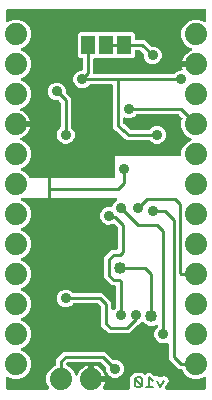
<source format=gbr>
G04 EAGLE Gerber RS-274X export*
G75*
%MOMM*%
%FSLAX34Y34*%
%LPD*%
%INBottom Copper*%
%IPPOS*%
%AMOC8*
5,1,8,0,0,1.08239X$1,22.5*%
G01*
%ADD10C,0.152400*%
%ADD11C,1.879600*%
%ADD12R,1.168400X1.600200*%
%ADD13C,0.889000*%
%ADD14C,0.254000*%
%ADD15C,1.016000*%

G36*
X95368Y182896D02*
X95368Y182896D01*
X95487Y182903D01*
X95525Y182916D01*
X95566Y182921D01*
X95676Y182964D01*
X95789Y183001D01*
X95824Y183023D01*
X95861Y183038D01*
X95957Y183108D01*
X96058Y183171D01*
X96086Y183201D01*
X96119Y183224D01*
X96195Y183316D01*
X96276Y183403D01*
X96296Y183438D01*
X96321Y183469D01*
X96372Y183577D01*
X96430Y183681D01*
X96440Y183721D01*
X96457Y183757D01*
X96479Y183874D01*
X96509Y183989D01*
X96513Y184050D01*
X96517Y184070D01*
X96515Y184090D01*
X96519Y184150D01*
X96519Y201931D01*
X151384Y201931D01*
X151502Y201946D01*
X151621Y201953D01*
X151659Y201966D01*
X151700Y201971D01*
X151810Y202014D01*
X151923Y202051D01*
X151958Y202073D01*
X151995Y202088D01*
X152091Y202158D01*
X152192Y202221D01*
X152220Y202251D01*
X152253Y202274D01*
X152329Y202366D01*
X152410Y202453D01*
X152430Y202488D01*
X152455Y202519D01*
X152506Y202627D01*
X152564Y202731D01*
X152574Y202771D01*
X152591Y202807D01*
X152613Y202924D01*
X152643Y203039D01*
X152647Y203100D01*
X152651Y203120D01*
X152649Y203140D01*
X152653Y203200D01*
X152653Y205676D01*
X154548Y210250D01*
X158050Y213752D01*
X160405Y214727D01*
X160460Y214759D01*
X160485Y214769D01*
X160512Y214789D01*
X160525Y214796D01*
X160648Y214861D01*
X160663Y214875D01*
X160681Y214885D01*
X160781Y214982D01*
X160884Y215075D01*
X160895Y215092D01*
X160909Y215106D01*
X160982Y215225D01*
X161058Y215341D01*
X161065Y215360D01*
X161076Y215377D01*
X161117Y215510D01*
X161162Y215642D01*
X161163Y215662D01*
X161169Y215681D01*
X161176Y215820D01*
X161187Y215959D01*
X161183Y215979D01*
X161184Y215999D01*
X161156Y216135D01*
X161132Y216272D01*
X161124Y216291D01*
X161120Y216310D01*
X161059Y216436D01*
X161002Y216562D01*
X160989Y216578D01*
X160980Y216596D01*
X160890Y216702D01*
X160803Y216810D01*
X160787Y216823D01*
X160774Y216838D01*
X160660Y216918D01*
X160549Y217002D01*
X160524Y217014D01*
X160514Y217021D01*
X160495Y217028D01*
X160405Y217073D01*
X158049Y218048D01*
X154548Y221550D01*
X152653Y226124D01*
X152653Y231076D01*
X153460Y233024D01*
X153468Y233053D01*
X153481Y233079D01*
X153510Y233205D01*
X153544Y233331D01*
X153545Y233360D01*
X153551Y233389D01*
X153547Y233519D01*
X153549Y233649D01*
X153542Y233677D01*
X153541Y233707D01*
X153505Y233832D01*
X153475Y233958D01*
X153461Y233984D01*
X153453Y234012D01*
X153387Y234124D01*
X153326Y234239D01*
X153306Y234261D01*
X153292Y234286D01*
X153185Y234407D01*
X150983Y236610D01*
X150905Y236670D01*
X150832Y236738D01*
X150779Y236767D01*
X150732Y236804D01*
X150641Y236844D01*
X150554Y236892D01*
X150495Y236907D01*
X150440Y236931D01*
X150342Y236946D01*
X150246Y236971D01*
X150146Y236977D01*
X150126Y236981D01*
X150113Y236979D01*
X150085Y236981D01*
X114755Y236981D01*
X114657Y236969D01*
X114558Y236966D01*
X114499Y236949D01*
X114439Y236941D01*
X114347Y236905D01*
X114252Y236877D01*
X114200Y236847D01*
X114144Y236824D01*
X114063Y236766D01*
X113978Y236716D01*
X113903Y236650D01*
X113886Y236638D01*
X113878Y236628D01*
X113857Y236610D01*
X112195Y234947D01*
X109441Y233806D01*
X106459Y233806D01*
X105134Y234355D01*
X105086Y234369D01*
X105041Y234390D01*
X104933Y234410D01*
X104827Y234439D01*
X104777Y234440D01*
X104728Y234449D01*
X104619Y234443D01*
X104509Y234444D01*
X104461Y234433D01*
X104411Y234430D01*
X104307Y234396D01*
X104200Y234370D01*
X104156Y234347D01*
X104109Y234332D01*
X104016Y234273D01*
X103919Y234222D01*
X103882Y234188D01*
X103840Y234162D01*
X103765Y234081D01*
X103683Y234008D01*
X103656Y233966D01*
X103622Y233930D01*
X103569Y233834D01*
X103509Y233742D01*
X103492Y233695D01*
X103468Y233651D01*
X103441Y233545D01*
X103405Y233441D01*
X103401Y233392D01*
X103389Y233343D01*
X103379Y233183D01*
X103379Y229900D01*
X103397Y229753D01*
X103413Y229607D01*
X103417Y229596D01*
X103419Y229585D01*
X103473Y229448D01*
X103525Y229309D01*
X103531Y229300D01*
X103536Y229289D01*
X103622Y229170D01*
X103707Y229049D01*
X103718Y229038D01*
X103722Y229032D01*
X103735Y229022D01*
X103822Y228936D01*
X109191Y224334D01*
X109233Y224306D01*
X109270Y224272D01*
X109365Y224219D01*
X109457Y224159D01*
X109504Y224143D01*
X109549Y224118D01*
X109654Y224091D01*
X109757Y224056D01*
X109808Y224052D01*
X109856Y224039D01*
X110017Y224029D01*
X125275Y224029D01*
X125373Y224041D01*
X125472Y224044D01*
X125531Y224061D01*
X125591Y224069D01*
X125683Y224105D01*
X125778Y224133D01*
X125830Y224163D01*
X125886Y224186D01*
X125967Y224244D01*
X126052Y224294D01*
X126127Y224360D01*
X126144Y224372D01*
X126152Y224382D01*
X126173Y224400D01*
X127835Y226063D01*
X130589Y227204D01*
X133571Y227204D01*
X136325Y226063D01*
X138433Y223955D01*
X139574Y221201D01*
X139574Y218219D01*
X138433Y215465D01*
X136325Y213357D01*
X133571Y212216D01*
X130589Y212216D01*
X127835Y213357D01*
X126173Y215020D01*
X126094Y215080D01*
X126022Y215148D01*
X125969Y215177D01*
X125921Y215214D01*
X125831Y215254D01*
X125744Y215302D01*
X125685Y215317D01*
X125630Y215341D01*
X125532Y215356D01*
X125436Y215381D01*
X125336Y215387D01*
X125316Y215391D01*
X125303Y215389D01*
X125275Y215391D01*
X108165Y215391D01*
X108143Y215389D01*
X108067Y215388D01*
X106439Y215262D01*
X106396Y215277D01*
X106351Y215302D01*
X106246Y215329D01*
X106212Y215341D01*
X105048Y216505D01*
X105031Y216518D01*
X104976Y216571D01*
X97819Y222706D01*
X97777Y222733D01*
X97740Y222768D01*
X97644Y222821D01*
X97553Y222881D01*
X97506Y222897D01*
X97461Y222922D01*
X97356Y222949D01*
X97322Y222961D01*
X96158Y224124D01*
X96141Y224138D01*
X96086Y224191D01*
X94847Y225253D01*
X94826Y225295D01*
X94812Y225343D01*
X94757Y225437D01*
X94741Y225469D01*
X94741Y227115D01*
X94739Y227137D01*
X94738Y227213D01*
X94612Y228841D01*
X94627Y228884D01*
X94652Y228929D01*
X94679Y229034D01*
X94714Y229137D01*
X94718Y229188D01*
X94731Y229236D01*
X94741Y229397D01*
X94741Y261112D01*
X94726Y261230D01*
X94719Y261349D01*
X94706Y261387D01*
X94701Y261428D01*
X94658Y261538D01*
X94621Y261651D01*
X94599Y261686D01*
X94584Y261723D01*
X94515Y261819D01*
X94451Y261920D01*
X94421Y261948D01*
X94398Y261981D01*
X94306Y262057D01*
X94219Y262138D01*
X94184Y262158D01*
X94153Y262183D01*
X94045Y262234D01*
X93941Y262292D01*
X93901Y262302D01*
X93865Y262319D01*
X93748Y262341D01*
X93633Y262371D01*
X93573Y262375D01*
X93553Y262379D01*
X93532Y262377D01*
X93472Y262381D01*
X75385Y262381D01*
X75287Y262369D01*
X75188Y262366D01*
X75129Y262349D01*
X75069Y262341D01*
X74977Y262305D01*
X74882Y262277D01*
X74830Y262247D01*
X74774Y262224D01*
X74693Y262166D01*
X74608Y262116D01*
X74533Y262050D01*
X74516Y262038D01*
X74508Y262028D01*
X74487Y262010D01*
X72825Y260347D01*
X70071Y259206D01*
X67089Y259206D01*
X64335Y260347D01*
X62227Y262455D01*
X61086Y265209D01*
X61086Y268191D01*
X62227Y270945D01*
X64335Y273053D01*
X67089Y274194D01*
X68072Y274194D01*
X68190Y274209D01*
X68309Y274216D01*
X68347Y274229D01*
X68388Y274234D01*
X68498Y274277D01*
X68611Y274314D01*
X68646Y274336D01*
X68683Y274351D01*
X68779Y274420D01*
X68880Y274484D01*
X68908Y274514D01*
X68941Y274537D01*
X69017Y274629D01*
X69098Y274716D01*
X69118Y274751D01*
X69143Y274782D01*
X69194Y274890D01*
X69252Y274994D01*
X69262Y275034D01*
X69279Y275070D01*
X69301Y275187D01*
X69331Y275302D01*
X69335Y275362D01*
X69339Y275382D01*
X69337Y275403D01*
X69341Y275463D01*
X69341Y283591D01*
X69326Y283709D01*
X69319Y283828D01*
X69306Y283866D01*
X69301Y283907D01*
X69258Y284017D01*
X69221Y284130D01*
X69199Y284165D01*
X69184Y284202D01*
X69115Y284298D01*
X69051Y284399D01*
X69021Y284427D01*
X68998Y284460D01*
X68906Y284536D01*
X68819Y284617D01*
X68784Y284637D01*
X68753Y284662D01*
X68645Y284713D01*
X68541Y284771D01*
X68501Y284781D01*
X68465Y284798D01*
X68348Y284820D01*
X68233Y284850D01*
X68173Y284854D01*
X68153Y284858D01*
X68132Y284856D01*
X68072Y284860D01*
X66555Y284860D01*
X64769Y286646D01*
X64769Y305174D01*
X66555Y306960D01*
X111245Y306960D01*
X113031Y305174D01*
X113031Y301498D01*
X113046Y301380D01*
X113053Y301261D01*
X113066Y301223D01*
X113071Y301182D01*
X113114Y301072D01*
X113151Y300959D01*
X113173Y300924D01*
X113188Y300887D01*
X113257Y300791D01*
X113321Y300690D01*
X113351Y300662D01*
X113374Y300629D01*
X113466Y300553D01*
X113553Y300472D01*
X113588Y300452D01*
X113619Y300427D01*
X113727Y300376D01*
X113831Y300318D01*
X113871Y300308D01*
X113907Y300291D01*
X114024Y300269D01*
X114139Y300239D01*
X114199Y300235D01*
X114219Y300231D01*
X114240Y300233D01*
X114300Y300229D01*
X121169Y300229D01*
X126512Y294885D01*
X126590Y294825D01*
X126663Y294757D01*
X126716Y294728D01*
X126763Y294691D01*
X126854Y294651D01*
X126941Y294603D01*
X127000Y294588D01*
X127055Y294564D01*
X127153Y294549D01*
X127249Y294524D01*
X127349Y294518D01*
X127369Y294514D01*
X127382Y294516D01*
X127410Y294514D01*
X129761Y294514D01*
X132515Y293373D01*
X134623Y291265D01*
X135764Y288511D01*
X135764Y285529D01*
X134623Y282775D01*
X132515Y280667D01*
X129761Y279526D01*
X126779Y279526D01*
X124025Y280667D01*
X121917Y282775D01*
X120776Y285529D01*
X120776Y287880D01*
X120764Y287979D01*
X120761Y288078D01*
X120744Y288136D01*
X120736Y288196D01*
X120700Y288288D01*
X120672Y288383D01*
X120642Y288435D01*
X120619Y288492D01*
X120561Y288572D01*
X120511Y288657D01*
X120445Y288732D01*
X120433Y288749D01*
X120423Y288757D01*
X120405Y288778D01*
X117963Y291220D01*
X117885Y291280D01*
X117812Y291348D01*
X117759Y291377D01*
X117712Y291414D01*
X117621Y291454D01*
X117534Y291502D01*
X117475Y291517D01*
X117420Y291541D01*
X117322Y291556D01*
X117226Y291581D01*
X117126Y291587D01*
X117106Y291591D01*
X117093Y291589D01*
X117065Y291591D01*
X114300Y291591D01*
X114182Y291576D01*
X114063Y291569D01*
X114025Y291556D01*
X113984Y291551D01*
X113874Y291508D01*
X113761Y291471D01*
X113726Y291449D01*
X113689Y291434D01*
X113593Y291365D01*
X113492Y291301D01*
X113464Y291271D01*
X113431Y291248D01*
X113355Y291156D01*
X113274Y291069D01*
X113254Y291034D01*
X113229Y291003D01*
X113178Y290895D01*
X113120Y290791D01*
X113110Y290751D01*
X113093Y290715D01*
X113071Y290598D01*
X113041Y290483D01*
X113037Y290423D01*
X113033Y290403D01*
X113035Y290382D01*
X113031Y290322D01*
X113031Y286646D01*
X111245Y284860D01*
X79248Y284860D01*
X79130Y284845D01*
X79011Y284838D01*
X78973Y284825D01*
X78932Y284820D01*
X78822Y284777D01*
X78709Y284740D01*
X78674Y284718D01*
X78637Y284703D01*
X78541Y284634D01*
X78440Y284570D01*
X78412Y284540D01*
X78379Y284517D01*
X78303Y284425D01*
X78222Y284338D01*
X78202Y284303D01*
X78177Y284272D01*
X78126Y284164D01*
X78068Y284060D01*
X78058Y284020D01*
X78041Y283984D01*
X78019Y283867D01*
X77989Y283752D01*
X77985Y283692D01*
X77981Y283672D01*
X77983Y283651D01*
X77979Y283591D01*
X77979Y272288D01*
X77994Y272170D01*
X78001Y272051D01*
X78014Y272013D01*
X78019Y271972D01*
X78062Y271862D01*
X78099Y271749D01*
X78121Y271714D01*
X78136Y271677D01*
X78205Y271581D01*
X78269Y271480D01*
X78299Y271452D01*
X78322Y271419D01*
X78414Y271343D01*
X78501Y271262D01*
X78536Y271242D01*
X78567Y271217D01*
X78675Y271166D01*
X78779Y271108D01*
X78819Y271098D01*
X78855Y271081D01*
X78972Y271059D01*
X79087Y271029D01*
X79147Y271025D01*
X79167Y271021D01*
X79188Y271023D01*
X79248Y271019D01*
X145595Y271019D01*
X145693Y271031D01*
X145792Y271034D01*
X145851Y271051D01*
X145911Y271059D01*
X146003Y271095D01*
X146098Y271123D01*
X146150Y271153D01*
X146206Y271176D01*
X146287Y271234D01*
X146372Y271284D01*
X146447Y271350D01*
X146464Y271362D01*
X146472Y271372D01*
X146493Y271390D01*
X148155Y273053D01*
X150909Y274194D01*
X152492Y274194D01*
X152658Y274215D01*
X152806Y274233D01*
X152807Y274234D01*
X152965Y274296D01*
X153102Y274350D01*
X153103Y274351D01*
X153203Y274424D01*
X153360Y274537D01*
X153457Y274655D01*
X153563Y274782D01*
X153622Y274907D01*
X153698Y275069D01*
X153698Y275070D01*
X153719Y275178D01*
X153758Y275382D01*
X153749Y275523D01*
X153739Y275699D01*
X153738Y275700D01*
X153738Y275701D01*
X153699Y275855D01*
X153455Y276604D01*
X153415Y276861D01*
X163830Y276861D01*
X163948Y276876D01*
X164067Y276883D01*
X164105Y276896D01*
X164145Y276901D01*
X164256Y276944D01*
X164369Y276981D01*
X164403Y277003D01*
X164441Y277018D01*
X164537Y277088D01*
X164638Y277151D01*
X164666Y277181D01*
X164698Y277204D01*
X164774Y277296D01*
X164856Y277383D01*
X164875Y277418D01*
X164901Y277449D01*
X164952Y277557D01*
X165009Y277661D01*
X165020Y277701D01*
X165037Y277737D01*
X165059Y277854D01*
X165089Y277969D01*
X165093Y278030D01*
X165097Y278050D01*
X165095Y278070D01*
X165099Y278130D01*
X165099Y280670D01*
X165084Y280788D01*
X165077Y280907D01*
X165064Y280945D01*
X165059Y280985D01*
X165015Y281096D01*
X164979Y281209D01*
X164957Y281244D01*
X164942Y281281D01*
X164872Y281377D01*
X164809Y281478D01*
X164779Y281506D01*
X164755Y281539D01*
X164664Y281614D01*
X164577Y281696D01*
X164542Y281716D01*
X164510Y281741D01*
X164403Y281792D01*
X164298Y281850D01*
X164259Y281860D01*
X164223Y281877D01*
X164106Y281899D01*
X163991Y281929D01*
X163930Y281933D01*
X163910Y281937D01*
X163890Y281935D01*
X163830Y281939D01*
X153415Y281939D01*
X153455Y282196D01*
X154036Y283983D01*
X154889Y285657D01*
X155994Y287178D01*
X157322Y288506D01*
X158843Y289611D01*
X160517Y290464D01*
X160982Y290615D01*
X161009Y290628D01*
X161038Y290635D01*
X161152Y290695D01*
X161270Y290750D01*
X161293Y290769D01*
X161319Y290783D01*
X161415Y290870D01*
X161515Y290953D01*
X161532Y290977D01*
X161554Y290997D01*
X161626Y291106D01*
X161702Y291210D01*
X161713Y291238D01*
X161729Y291263D01*
X161771Y291386D01*
X161819Y291506D01*
X161823Y291536D01*
X161832Y291564D01*
X161843Y291693D01*
X161859Y291821D01*
X161855Y291851D01*
X161858Y291881D01*
X161835Y292009D01*
X161819Y292137D01*
X161808Y292165D01*
X161803Y292194D01*
X161750Y292312D01*
X161702Y292433D01*
X161685Y292457D01*
X161673Y292484D01*
X161592Y292585D01*
X161516Y292690D01*
X161493Y292709D01*
X161474Y292733D01*
X161370Y292811D01*
X161271Y292893D01*
X161244Y292906D01*
X161220Y292924D01*
X161075Y292995D01*
X158050Y294248D01*
X154548Y297750D01*
X152653Y302324D01*
X152653Y307276D01*
X154548Y311850D01*
X158050Y315352D01*
X162624Y317247D01*
X167576Y317247D01*
X171980Y315422D01*
X172028Y315409D01*
X172073Y315388D01*
X172181Y315367D01*
X172287Y315338D01*
X172337Y315338D01*
X172386Y315328D01*
X172495Y315335D01*
X172605Y315333D01*
X172653Y315345D01*
X172703Y315348D01*
X172807Y315382D01*
X172914Y315407D01*
X172958Y315431D01*
X173005Y315446D01*
X173098Y315505D01*
X173195Y315556D01*
X173232Y315590D01*
X173274Y315616D01*
X173349Y315696D01*
X173431Y315770D01*
X173458Y315812D01*
X173492Y315848D01*
X173545Y315944D01*
X173605Y316036D01*
X173622Y316083D01*
X173646Y316126D01*
X173673Y316233D01*
X173709Y316337D01*
X173713Y316386D01*
X173725Y316434D01*
X173735Y316595D01*
X173735Y324866D01*
X173720Y324984D01*
X173713Y325103D01*
X173700Y325141D01*
X173695Y325182D01*
X173652Y325292D01*
X173615Y325405D01*
X173593Y325440D01*
X173578Y325477D01*
X173509Y325573D01*
X173445Y325674D01*
X173415Y325702D01*
X173392Y325735D01*
X173300Y325811D01*
X173213Y325892D01*
X173178Y325912D01*
X173147Y325937D01*
X173039Y325988D01*
X172935Y326046D01*
X172895Y326056D01*
X172859Y326073D01*
X172742Y326095D01*
X172627Y326125D01*
X172567Y326129D01*
X172547Y326133D01*
X172526Y326131D01*
X172466Y326135D01*
X5334Y326135D01*
X5216Y326120D01*
X5097Y326113D01*
X5059Y326100D01*
X5018Y326095D01*
X4908Y326052D01*
X4795Y326015D01*
X4760Y325993D01*
X4723Y325978D01*
X4627Y325909D01*
X4526Y325845D01*
X4498Y325815D01*
X4465Y325792D01*
X4389Y325700D01*
X4308Y325613D01*
X4288Y325578D01*
X4263Y325547D01*
X4212Y325439D01*
X4154Y325335D01*
X4144Y325295D01*
X4127Y325259D01*
X4105Y325142D01*
X4075Y325027D01*
X4071Y324967D01*
X4067Y324947D01*
X4069Y324926D01*
X4065Y324866D01*
X4065Y316595D01*
X4071Y316546D01*
X4069Y316496D01*
X4091Y316389D01*
X4105Y316279D01*
X4123Y316233D01*
X4133Y316185D01*
X4181Y316086D01*
X4222Y315984D01*
X4251Y315944D01*
X4273Y315899D01*
X4344Y315815D01*
X4408Y315726D01*
X4447Y315695D01*
X4479Y315657D01*
X4569Y315594D01*
X4653Y315524D01*
X4698Y315502D01*
X4739Y315474D01*
X4842Y315435D01*
X4941Y315388D01*
X4990Y315379D01*
X5036Y315361D01*
X5146Y315349D01*
X5253Y315328D01*
X5303Y315331D01*
X5352Y315326D01*
X5461Y315341D01*
X5571Y315348D01*
X5618Y315363D01*
X5667Y315370D01*
X5820Y315422D01*
X10224Y317247D01*
X15176Y317247D01*
X19750Y315352D01*
X23252Y311850D01*
X25147Y307276D01*
X25147Y302324D01*
X23252Y297750D01*
X19750Y294248D01*
X17395Y293273D01*
X17275Y293204D01*
X17152Y293139D01*
X17137Y293125D01*
X17119Y293115D01*
X17019Y293018D01*
X16916Y292925D01*
X16905Y292908D01*
X16891Y292894D01*
X16818Y292775D01*
X16742Y292659D01*
X16735Y292640D01*
X16724Y292623D01*
X16683Y292490D01*
X16638Y292358D01*
X16637Y292338D01*
X16631Y292319D01*
X16624Y292180D01*
X16613Y292041D01*
X16617Y292021D01*
X16616Y292001D01*
X16644Y291865D01*
X16668Y291728D01*
X16676Y291709D01*
X16680Y291690D01*
X16741Y291564D01*
X16798Y291438D01*
X16811Y291422D01*
X16820Y291404D01*
X16910Y291298D01*
X16997Y291190D01*
X17013Y291177D01*
X17026Y291162D01*
X17140Y291082D01*
X17251Y290998D01*
X17276Y290986D01*
X17286Y290979D01*
X17305Y290972D01*
X17395Y290927D01*
X19751Y289952D01*
X23252Y286450D01*
X25147Y281876D01*
X25147Y276924D01*
X23252Y272350D01*
X19750Y268848D01*
X17395Y267873D01*
X17275Y267804D01*
X17152Y267739D01*
X17137Y267725D01*
X17119Y267715D01*
X17019Y267618D01*
X16916Y267525D01*
X16905Y267508D01*
X16891Y267494D01*
X16818Y267375D01*
X16742Y267259D01*
X16735Y267240D01*
X16724Y267223D01*
X16683Y267090D01*
X16638Y266958D01*
X16637Y266938D01*
X16631Y266919D01*
X16624Y266780D01*
X16613Y266641D01*
X16617Y266621D01*
X16616Y266601D01*
X16644Y266465D01*
X16668Y266328D01*
X16676Y266309D01*
X16680Y266290D01*
X16741Y266164D01*
X16798Y266038D01*
X16811Y266022D01*
X16820Y266004D01*
X16910Y265898D01*
X16997Y265790D01*
X17013Y265777D01*
X17026Y265762D01*
X17140Y265682D01*
X17251Y265598D01*
X17276Y265586D01*
X17286Y265579D01*
X17305Y265572D01*
X17395Y265527D01*
X19751Y264552D01*
X23252Y261050D01*
X25147Y256476D01*
X25147Y251524D01*
X23252Y246950D01*
X19750Y243448D01*
X16725Y242195D01*
X16699Y242180D01*
X16670Y242171D01*
X16561Y242101D01*
X16448Y242037D01*
X16427Y242016D01*
X16402Y242001D01*
X16313Y241906D01*
X16220Y241816D01*
X16204Y241791D01*
X16184Y241769D01*
X16121Y241655D01*
X16054Y241545D01*
X16045Y241516D01*
X16031Y241490D01*
X15998Y241365D01*
X15960Y241241D01*
X15959Y241211D01*
X15951Y241182D01*
X15951Y241053D01*
X15945Y240923D01*
X15951Y240894D01*
X15951Y240864D01*
X15983Y240739D01*
X16009Y240612D01*
X16022Y240585D01*
X16030Y240556D01*
X16092Y240443D01*
X16149Y240326D01*
X16168Y240303D01*
X16183Y240277D01*
X16271Y240183D01*
X16355Y240084D01*
X16380Y240067D01*
X16400Y240045D01*
X16509Y239976D01*
X16615Y239901D01*
X16643Y239890D01*
X16668Y239874D01*
X16818Y239815D01*
X17283Y239664D01*
X18957Y238811D01*
X20478Y237706D01*
X21806Y236378D01*
X22911Y234857D01*
X23764Y233183D01*
X24345Y231396D01*
X24385Y231139D01*
X13970Y231139D01*
X13852Y231124D01*
X13733Y231117D01*
X13695Y231104D01*
X13655Y231099D01*
X13544Y231056D01*
X13431Y231019D01*
X13397Y230997D01*
X13359Y230982D01*
X13263Y230912D01*
X13162Y230849D01*
X13134Y230819D01*
X13102Y230795D01*
X13026Y230704D01*
X12944Y230617D01*
X12925Y230582D01*
X12899Y230551D01*
X12848Y230443D01*
X12791Y230339D01*
X12780Y230299D01*
X12763Y230263D01*
X12741Y230146D01*
X12711Y230031D01*
X12707Y229970D01*
X12703Y229950D01*
X12705Y229930D01*
X12703Y229923D01*
X12704Y229917D01*
X12701Y229870D01*
X12701Y227330D01*
X12716Y227212D01*
X12723Y227093D01*
X12736Y227055D01*
X12741Y227014D01*
X12785Y226904D01*
X12821Y226791D01*
X12843Y226756D01*
X12858Y226719D01*
X12928Y226623D01*
X12991Y226522D01*
X13021Y226494D01*
X13045Y226461D01*
X13136Y226386D01*
X13223Y226304D01*
X13258Y226284D01*
X13290Y226259D01*
X13397Y226208D01*
X13502Y226150D01*
X13541Y226140D01*
X13577Y226123D01*
X13694Y226101D01*
X13809Y226071D01*
X13870Y226067D01*
X13890Y226063D01*
X13910Y226065D01*
X13970Y226061D01*
X24385Y226061D01*
X24345Y225804D01*
X23764Y224017D01*
X22911Y222343D01*
X21806Y220822D01*
X20478Y219494D01*
X18957Y218389D01*
X17283Y217536D01*
X16818Y217385D01*
X16791Y217372D01*
X16762Y217365D01*
X16647Y217305D01*
X16530Y217250D01*
X16507Y217231D01*
X16481Y217217D01*
X16385Y217129D01*
X16285Y217047D01*
X16268Y217023D01*
X16246Y217003D01*
X16174Y216894D01*
X16098Y216790D01*
X16087Y216762D01*
X16071Y216737D01*
X16029Y216614D01*
X15981Y216494D01*
X15977Y216464D01*
X15968Y216436D01*
X15957Y216307D01*
X15941Y216179D01*
X15945Y216149D01*
X15942Y216119D01*
X15965Y215991D01*
X15981Y215863D01*
X15992Y215835D01*
X15997Y215806D01*
X16050Y215688D01*
X16098Y215567D01*
X16115Y215543D01*
X16127Y215516D01*
X16208Y215415D01*
X16284Y215310D01*
X16307Y215291D01*
X16326Y215267D01*
X16429Y215190D01*
X16529Y215107D01*
X16556Y215094D01*
X16580Y215076D01*
X16725Y215005D01*
X19750Y213752D01*
X23252Y210250D01*
X25147Y205676D01*
X25147Y200724D01*
X23252Y196150D01*
X19750Y192648D01*
X17395Y191673D01*
X17293Y191614D01*
X17279Y191609D01*
X17266Y191599D01*
X17152Y191539D01*
X17137Y191525D01*
X17119Y191515D01*
X17026Y191425D01*
X17022Y191422D01*
X17017Y191416D01*
X16916Y191325D01*
X16905Y191308D01*
X16891Y191294D01*
X16819Y191178D01*
X16819Y191177D01*
X16818Y191176D01*
X16818Y191175D01*
X16742Y191059D01*
X16735Y191040D01*
X16724Y191023D01*
X16684Y190890D01*
X16683Y190889D01*
X16638Y190758D01*
X16637Y190738D01*
X16631Y190719D01*
X16624Y190581D01*
X16623Y190577D01*
X16624Y190573D01*
X16613Y190441D01*
X16617Y190421D01*
X16616Y190401D01*
X16642Y190271D01*
X16643Y190259D01*
X16647Y190249D01*
X16668Y190128D01*
X16676Y190109D01*
X16680Y190090D01*
X16734Y189979D01*
X16741Y189957D01*
X16753Y189938D01*
X16798Y189838D01*
X16811Y189822D01*
X16820Y189804D01*
X16891Y189720D01*
X16911Y189688D01*
X16938Y189663D01*
X16997Y189590D01*
X17013Y189577D01*
X17026Y189562D01*
X17103Y189508D01*
X17143Y189470D01*
X17189Y189445D01*
X17251Y189398D01*
X17276Y189386D01*
X17286Y189379D01*
X17305Y189372D01*
X17395Y189327D01*
X19750Y188352D01*
X23252Y184850D01*
X23743Y183664D01*
X23758Y183639D01*
X23767Y183611D01*
X23837Y183501D01*
X23901Y183388D01*
X23921Y183367D01*
X23937Y183342D01*
X24032Y183253D01*
X24122Y183160D01*
X24147Y183144D01*
X24169Y183124D01*
X24282Y183061D01*
X24393Y182993D01*
X24421Y182985D01*
X24447Y182970D01*
X24573Y182938D01*
X24697Y182900D01*
X24727Y182898D01*
X24755Y182891D01*
X24916Y182881D01*
X95250Y182881D01*
X95368Y182896D01*
G37*
G36*
X39054Y4071D02*
X39054Y4071D01*
X39104Y4069D01*
X39211Y4091D01*
X39321Y4105D01*
X39367Y4123D01*
X39415Y4133D01*
X39514Y4181D01*
X39616Y4222D01*
X39656Y4251D01*
X39701Y4273D01*
X39785Y4344D01*
X39874Y4408D01*
X39905Y4447D01*
X39943Y4479D01*
X40006Y4569D01*
X40076Y4653D01*
X40098Y4698D01*
X40126Y4739D01*
X40165Y4842D01*
X40212Y4941D01*
X40221Y4990D01*
X40239Y5036D01*
X40251Y5146D01*
X40272Y5253D01*
X40269Y5303D01*
X40274Y5352D01*
X40259Y5461D01*
X40252Y5571D01*
X40237Y5618D01*
X40230Y5667D01*
X40178Y5820D01*
X38353Y10224D01*
X38353Y15176D01*
X40248Y19750D01*
X43750Y23252D01*
X45698Y24059D01*
X45723Y24073D01*
X45751Y24083D01*
X45861Y24152D01*
X45974Y24216D01*
X45995Y24237D01*
X46020Y24253D01*
X46109Y24347D01*
X46202Y24438D01*
X46218Y24463D01*
X46238Y24484D01*
X46301Y24598D01*
X46369Y24709D01*
X46377Y24737D01*
X46392Y24763D01*
X46424Y24889D01*
X46462Y25013D01*
X46464Y25042D01*
X46471Y25071D01*
X46481Y25231D01*
X46481Y29729D01*
X52821Y36069D01*
X88149Y36069D01*
X94762Y29455D01*
X94840Y29395D01*
X94913Y29327D01*
X94966Y29298D01*
X95013Y29261D01*
X95104Y29221D01*
X95191Y29173D01*
X95250Y29158D01*
X95305Y29134D01*
X95403Y29119D01*
X95499Y29094D01*
X95599Y29088D01*
X95619Y29084D01*
X95632Y29086D01*
X95660Y29084D01*
X98011Y29084D01*
X100765Y27943D01*
X102873Y25835D01*
X104014Y23081D01*
X104014Y20099D01*
X102873Y17345D01*
X100765Y15237D01*
X98011Y14096D01*
X95029Y14096D01*
X92275Y15237D01*
X90167Y17345D01*
X89026Y20099D01*
X89026Y22450D01*
X89014Y22549D01*
X89011Y22648D01*
X88994Y22706D01*
X88986Y22766D01*
X88950Y22858D01*
X88922Y22953D01*
X88892Y23005D01*
X88869Y23062D01*
X88811Y23142D01*
X88761Y23227D01*
X88695Y23302D01*
X88683Y23319D01*
X88673Y23327D01*
X88655Y23348D01*
X84943Y27060D01*
X84865Y27120D01*
X84792Y27188D01*
X84739Y27217D01*
X84692Y27254D01*
X84601Y27294D01*
X84514Y27342D01*
X84455Y27357D01*
X84400Y27381D01*
X84302Y27396D01*
X84206Y27421D01*
X84106Y27427D01*
X84086Y27431D01*
X84073Y27429D01*
X84045Y27431D01*
X56925Y27431D01*
X56826Y27419D01*
X56727Y27416D01*
X56669Y27399D01*
X56609Y27391D01*
X56517Y27355D01*
X56422Y27327D01*
X56370Y27297D01*
X56313Y27274D01*
X56233Y27216D01*
X56148Y27166D01*
X56073Y27100D01*
X56056Y27088D01*
X56048Y27078D01*
X56027Y27060D01*
X55490Y26523D01*
X55430Y26445D01*
X55362Y26372D01*
X55337Y26327D01*
X55333Y26323D01*
X55330Y26316D01*
X55296Y26272D01*
X55256Y26181D01*
X55208Y26094D01*
X55193Y26035D01*
X55169Y25980D01*
X55154Y25882D01*
X55129Y25786D01*
X55123Y25686D01*
X55119Y25666D01*
X55121Y25653D01*
X55119Y25625D01*
X55119Y25231D01*
X55122Y25202D01*
X55120Y25173D01*
X55142Y25045D01*
X55159Y24916D01*
X55169Y24889D01*
X55174Y24859D01*
X55228Y24741D01*
X55276Y24620D01*
X55293Y24596D01*
X55305Y24569D01*
X55386Y24468D01*
X55462Y24363D01*
X55485Y24344D01*
X55504Y24321D01*
X55607Y24243D01*
X55707Y24160D01*
X55734Y24147D01*
X55758Y24130D01*
X55902Y24059D01*
X57850Y23252D01*
X61352Y19750D01*
X62605Y16725D01*
X62620Y16699D01*
X62629Y16670D01*
X62699Y16561D01*
X62763Y16448D01*
X62784Y16427D01*
X62800Y16402D01*
X62894Y16313D01*
X62984Y16220D01*
X63010Y16204D01*
X63031Y16184D01*
X63145Y16121D01*
X63255Y16054D01*
X63284Y16045D01*
X63310Y16031D01*
X63435Y15998D01*
X63559Y15960D01*
X63589Y15959D01*
X63618Y15951D01*
X63748Y15951D01*
X63877Y15945D01*
X63906Y15951D01*
X63936Y15951D01*
X64061Y15983D01*
X64188Y16009D01*
X64215Y16022D01*
X64244Y16030D01*
X64357Y16092D01*
X64474Y16149D01*
X64497Y16168D01*
X64523Y16183D01*
X64617Y16271D01*
X64716Y16355D01*
X64733Y16380D01*
X64755Y16400D01*
X64824Y16509D01*
X64899Y16615D01*
X64910Y16643D01*
X64926Y16669D01*
X64985Y16818D01*
X65136Y17283D01*
X65989Y18957D01*
X67094Y20478D01*
X68422Y21806D01*
X69943Y22911D01*
X71617Y23764D01*
X73404Y24345D01*
X73661Y24385D01*
X73661Y13970D01*
X73676Y13852D01*
X73683Y13733D01*
X73696Y13695D01*
X73701Y13655D01*
X73744Y13544D01*
X73781Y13431D01*
X73803Y13397D01*
X73818Y13359D01*
X73888Y13263D01*
X73951Y13162D01*
X73981Y13134D01*
X74004Y13102D01*
X74096Y13026D01*
X74183Y12944D01*
X74218Y12925D01*
X74249Y12899D01*
X74357Y12848D01*
X74461Y12791D01*
X74501Y12780D01*
X74537Y12763D01*
X74654Y12741D01*
X74769Y12711D01*
X74830Y12707D01*
X74850Y12703D01*
X74870Y12705D01*
X74930Y12701D01*
X76201Y12701D01*
X76201Y11430D01*
X76216Y11312D01*
X76223Y11193D01*
X76236Y11155D01*
X76241Y11114D01*
X76285Y11003D01*
X76321Y10891D01*
X76343Y10856D01*
X76358Y10819D01*
X76428Y10723D01*
X76491Y10622D01*
X76521Y10594D01*
X76545Y10561D01*
X76636Y10486D01*
X76723Y10404D01*
X76758Y10384D01*
X76790Y10359D01*
X76897Y10308D01*
X77002Y10250D01*
X77041Y10240D01*
X77077Y10223D01*
X77194Y10201D01*
X77309Y10171D01*
X77370Y10167D01*
X77390Y10163D01*
X77410Y10165D01*
X77470Y10161D01*
X87885Y10161D01*
X87845Y9904D01*
X87264Y8117D01*
X86411Y6443D01*
X86147Y6080D01*
X86128Y6045D01*
X86103Y6015D01*
X86052Y5906D01*
X85994Y5801D01*
X85984Y5763D01*
X85967Y5727D01*
X85945Y5609D01*
X85915Y5493D01*
X85915Y5454D01*
X85908Y5414D01*
X85915Y5295D01*
X85915Y5175D01*
X85925Y5137D01*
X85927Y5097D01*
X85964Y4983D01*
X85994Y4867D01*
X86013Y4832D01*
X86025Y4795D01*
X86089Y4694D01*
X86147Y4589D01*
X86174Y4559D01*
X86195Y4526D01*
X86283Y4444D01*
X86365Y4357D01*
X86398Y4335D01*
X86427Y4308D01*
X86532Y4250D01*
X86633Y4186D01*
X86671Y4174D01*
X86706Y4154D01*
X86821Y4125D01*
X86935Y4087D01*
X86975Y4085D01*
X87014Y4075D01*
X87174Y4065D01*
X108115Y4065D01*
X108234Y4080D01*
X108352Y4087D01*
X108391Y4100D01*
X108431Y4105D01*
X108542Y4148D01*
X108655Y4185D01*
X108689Y4207D01*
X108727Y4222D01*
X108823Y4291D01*
X108924Y4355D01*
X108951Y4385D01*
X108984Y4408D01*
X109060Y4500D01*
X109141Y4587D01*
X109161Y4622D01*
X109187Y4653D01*
X109237Y4761D01*
X109295Y4865D01*
X109305Y4905D01*
X109322Y4941D01*
X109345Y5058D01*
X109374Y5173D01*
X109378Y5233D01*
X109382Y5253D01*
X109381Y5274D01*
X109385Y5334D01*
X109385Y14623D01*
X111988Y17227D01*
X111989Y17227D01*
X113057Y18296D01*
X119096Y18296D01*
X120577Y16815D01*
X120671Y16742D01*
X120760Y16663D01*
X120796Y16645D01*
X120828Y16620D01*
X120938Y16572D01*
X121043Y16518D01*
X121083Y16510D01*
X121120Y16493D01*
X121238Y16475D01*
X121354Y16449D01*
X121394Y16450D01*
X121434Y16444D01*
X121553Y16455D01*
X121672Y16458D01*
X121710Y16470D01*
X121751Y16473D01*
X121863Y16514D01*
X121977Y16547D01*
X122012Y16567D01*
X122050Y16581D01*
X122149Y16648D01*
X122251Y16708D01*
X122296Y16748D01*
X122313Y16760D01*
X122327Y16775D01*
X122372Y16815D01*
X123853Y18296D01*
X127010Y18296D01*
X129614Y15692D01*
X129673Y15646D01*
X129727Y15591D01*
X129795Y15550D01*
X129858Y15501D01*
X129864Y15498D01*
X129865Y15497D01*
X129901Y15482D01*
X129931Y15468D01*
X130000Y15427D01*
X130076Y15404D01*
X130149Y15372D01*
X130228Y15359D01*
X130304Y15336D01*
X130384Y15333D01*
X130463Y15319D01*
X130542Y15326D01*
X130622Y15323D01*
X130700Y15340D01*
X130779Y15347D01*
X130855Y15373D01*
X130933Y15390D01*
X131078Y15451D01*
X131080Y15452D01*
X131081Y15452D01*
X131613Y15719D01*
X134386Y14795D01*
X134394Y14793D01*
X134403Y14789D01*
X134549Y14762D01*
X134697Y14733D01*
X134707Y14733D01*
X134715Y14731D01*
X134865Y14742D01*
X135015Y14750D01*
X135024Y14753D01*
X135033Y14753D01*
X135188Y14795D01*
X137960Y15719D01*
X140784Y14307D01*
X141782Y11312D01*
X139077Y5902D01*
X139046Y5812D01*
X139006Y5727D01*
X138993Y5663D01*
X138972Y5602D01*
X138964Y5507D01*
X138946Y5414D01*
X138950Y5350D01*
X138944Y5285D01*
X138960Y5191D01*
X138965Y5097D01*
X138986Y5035D01*
X138996Y4971D01*
X139034Y4884D01*
X139064Y4795D01*
X139098Y4740D01*
X139125Y4680D01*
X139183Y4606D01*
X139234Y4526D01*
X139281Y4481D01*
X139321Y4430D01*
X139396Y4373D01*
X139465Y4308D01*
X139522Y4277D01*
X139574Y4237D01*
X139661Y4200D01*
X139744Y4154D01*
X139807Y4138D01*
X139867Y4113D01*
X139960Y4099D01*
X140052Y4075D01*
X140163Y4068D01*
X140181Y4065D01*
X140191Y4066D01*
X140212Y4065D01*
X172466Y4065D01*
X172584Y4080D01*
X172703Y4087D01*
X172741Y4100D01*
X172782Y4105D01*
X172892Y4148D01*
X173005Y4185D01*
X173040Y4207D01*
X173077Y4222D01*
X173173Y4291D01*
X173274Y4355D01*
X173302Y4385D01*
X173335Y4408D01*
X173411Y4500D01*
X173492Y4587D01*
X173512Y4622D01*
X173537Y4653D01*
X173588Y4761D01*
X173646Y4865D01*
X173656Y4905D01*
X173673Y4941D01*
X173695Y5058D01*
X173725Y5173D01*
X173729Y5233D01*
X173733Y5253D01*
X173731Y5274D01*
X173735Y5334D01*
X173735Y13605D01*
X173729Y13654D01*
X173731Y13704D01*
X173709Y13811D01*
X173695Y13921D01*
X173677Y13967D01*
X173667Y14015D01*
X173619Y14114D01*
X173578Y14216D01*
X173549Y14256D01*
X173527Y14301D01*
X173456Y14385D01*
X173392Y14474D01*
X173353Y14505D01*
X173321Y14543D01*
X173231Y14606D01*
X173147Y14676D01*
X173102Y14698D01*
X173061Y14726D01*
X172958Y14765D01*
X172859Y14812D01*
X172810Y14821D01*
X172764Y14839D01*
X172654Y14851D01*
X172547Y14872D01*
X172497Y14869D01*
X172448Y14874D01*
X172339Y14859D01*
X172229Y14852D01*
X172182Y14837D01*
X172133Y14830D01*
X171980Y14778D01*
X167576Y12953D01*
X162624Y12953D01*
X158050Y14848D01*
X154548Y18350D01*
X153741Y20298D01*
X153727Y20323D01*
X153717Y20351D01*
X153648Y20461D01*
X153584Y20574D01*
X153563Y20595D01*
X153547Y20620D01*
X153453Y20709D01*
X153362Y20802D01*
X153337Y20818D01*
X153316Y20838D01*
X153202Y20901D01*
X153091Y20969D01*
X153063Y20977D01*
X153037Y20992D01*
X152911Y21024D01*
X152787Y21062D01*
X152758Y21064D01*
X152729Y21071D01*
X152569Y21081D01*
X150611Y21081D01*
X141731Y29961D01*
X141731Y42683D01*
X141725Y42732D01*
X141727Y42782D01*
X141705Y42889D01*
X141691Y42998D01*
X141673Y43045D01*
X141663Y43093D01*
X141615Y43192D01*
X141574Y43294D01*
X141545Y43334D01*
X141523Y43379D01*
X141452Y43462D01*
X141388Y43551D01*
X141349Y43583D01*
X141317Y43621D01*
X141227Y43684D01*
X141143Y43754D01*
X141098Y43775D01*
X141057Y43804D01*
X140954Y43843D01*
X140855Y43890D01*
X140806Y43899D01*
X140760Y43917D01*
X140650Y43929D01*
X140543Y43949D01*
X140493Y43946D01*
X140444Y43952D01*
X140335Y43937D01*
X140225Y43930D01*
X140178Y43914D01*
X140129Y43907D01*
X139976Y43855D01*
X138651Y43306D01*
X135669Y43306D01*
X132915Y44447D01*
X130807Y46555D01*
X129666Y49309D01*
X129666Y52291D01*
X130807Y55045D01*
X132470Y56707D01*
X132530Y56786D01*
X132598Y56858D01*
X132627Y56911D01*
X132664Y56959D01*
X132704Y57049D01*
X132752Y57136D01*
X132767Y57195D01*
X132791Y57250D01*
X132806Y57348D01*
X132831Y57444D01*
X132837Y57544D01*
X132841Y57564D01*
X132839Y57577D01*
X132841Y57605D01*
X132841Y57761D01*
X132835Y57811D01*
X132837Y57860D01*
X132815Y57968D01*
X132801Y58077D01*
X132783Y58123D01*
X132773Y58172D01*
X132725Y58271D01*
X132684Y58373D01*
X132655Y58413D01*
X132633Y58458D01*
X132562Y58541D01*
X132498Y58630D01*
X132459Y58662D01*
X132427Y58700D01*
X132337Y58763D01*
X132253Y58833D01*
X132208Y58854D01*
X132167Y58883D01*
X132064Y58922D01*
X131965Y58968D01*
X131916Y58978D01*
X131870Y58995D01*
X131760Y59008D01*
X131653Y59028D01*
X131603Y59025D01*
X131554Y59031D01*
X131445Y59015D01*
X131335Y59008D01*
X131288Y58993D01*
X131239Y58986D01*
X131086Y58934D01*
X128617Y57911D01*
X125383Y57911D01*
X122395Y59149D01*
X120463Y61081D01*
X120369Y61154D01*
X120280Y61233D01*
X120244Y61251D01*
X120212Y61276D01*
X120103Y61323D01*
X119997Y61377D01*
X119957Y61386D01*
X119920Y61402D01*
X119803Y61421D01*
X119687Y61447D01*
X119646Y61446D01*
X119606Y61452D01*
X119487Y61441D01*
X119369Y61437D01*
X119330Y61426D01*
X119290Y61422D01*
X119177Y61382D01*
X119063Y61349D01*
X119028Y61328D01*
X118990Y61314D01*
X118892Y61248D01*
X118789Y61187D01*
X118744Y61147D01*
X118727Y61136D01*
X118714Y61121D01*
X118668Y61081D01*
X118545Y60957D01*
X117617Y60573D01*
X117609Y60568D01*
X117600Y60566D01*
X117471Y60490D01*
X117341Y60415D01*
X117334Y60409D01*
X117326Y60404D01*
X117205Y60298D01*
X115717Y58810D01*
X108469Y51561D01*
X90921Y51561D01*
X88020Y54463D01*
X84581Y57901D01*
X84581Y73885D01*
X84569Y73984D01*
X84566Y74083D01*
X84559Y74105D01*
X84559Y74110D01*
X84549Y74141D01*
X84541Y74201D01*
X84505Y74293D01*
X84477Y74388D01*
X84447Y74440D01*
X84424Y74497D01*
X84366Y74577D01*
X84316Y74662D01*
X84250Y74737D01*
X84238Y74754D01*
X84228Y74762D01*
X84210Y74783D01*
X82403Y76590D01*
X82325Y76650D01*
X82252Y76718D01*
X82199Y76747D01*
X82152Y76784D01*
X82061Y76824D01*
X81974Y76872D01*
X81915Y76887D01*
X81860Y76911D01*
X81762Y76926D01*
X81666Y76951D01*
X81566Y76957D01*
X81546Y76961D01*
X81533Y76959D01*
X81505Y76961D01*
X61415Y76961D01*
X61317Y76949D01*
X61218Y76946D01*
X61159Y76929D01*
X61099Y76921D01*
X61007Y76885D01*
X60912Y76857D01*
X60860Y76827D01*
X60804Y76804D01*
X60723Y76746D01*
X60638Y76696D01*
X60563Y76630D01*
X60546Y76618D01*
X60538Y76608D01*
X60517Y76590D01*
X58855Y74927D01*
X56101Y73786D01*
X53119Y73786D01*
X50365Y74927D01*
X48257Y77035D01*
X47116Y79789D01*
X47116Y82771D01*
X48257Y85525D01*
X50365Y87633D01*
X53119Y88774D01*
X56101Y88774D01*
X58855Y87633D01*
X60517Y85970D01*
X60596Y85910D01*
X60668Y85842D01*
X60721Y85813D01*
X60769Y85776D01*
X60859Y85736D01*
X60946Y85688D01*
X61005Y85673D01*
X61060Y85649D01*
X61158Y85634D01*
X61254Y85609D01*
X61354Y85603D01*
X61374Y85599D01*
X61387Y85601D01*
X61415Y85599D01*
X85609Y85599D01*
X93219Y77989D01*
X93219Y72591D01*
X93235Y72459D01*
X93241Y72367D01*
X93245Y72354D01*
X93249Y72314D01*
X93256Y72295D01*
X93259Y72275D01*
X93310Y72146D01*
X93357Y72015D01*
X93368Y71998D01*
X93376Y71979D01*
X93457Y71867D01*
X93535Y71752D01*
X93551Y71739D01*
X93562Y71722D01*
X93670Y71633D01*
X93774Y71541D01*
X93792Y71532D01*
X93807Y71519D01*
X93933Y71460D01*
X94057Y71397D01*
X94077Y71392D01*
X94095Y71384D01*
X94232Y71358D01*
X94367Y71327D01*
X94388Y71328D01*
X94407Y71324D01*
X94546Y71333D01*
X94685Y71337D01*
X94705Y71342D01*
X94725Y71344D01*
X94857Y71386D01*
X94991Y71425D01*
X95008Y71436D01*
X95027Y71442D01*
X95096Y71485D01*
X95113Y71492D01*
X95152Y71520D01*
X95265Y71587D01*
X95286Y71605D01*
X95296Y71612D01*
X95310Y71627D01*
X95364Y71674D01*
X95370Y71679D01*
X95373Y71682D01*
X95385Y71693D01*
X96910Y73217D01*
X96970Y73296D01*
X97038Y73368D01*
X97067Y73421D01*
X97104Y73469D01*
X97144Y73559D01*
X97192Y73646D01*
X97207Y73705D01*
X97231Y73760D01*
X97246Y73858D01*
X97271Y73954D01*
X97277Y74054D01*
X97281Y74074D01*
X97279Y74087D01*
X97281Y74115D01*
X97281Y90932D01*
X97266Y91050D01*
X97259Y91169D01*
X97246Y91207D01*
X97241Y91248D01*
X97198Y91358D01*
X97161Y91471D01*
X97139Y91506D01*
X97124Y91543D01*
X97055Y91639D01*
X96991Y91740D01*
X96961Y91768D01*
X96938Y91801D01*
X96846Y91877D01*
X96759Y91958D01*
X96724Y91978D01*
X96693Y92003D01*
X96585Y92054D01*
X96481Y92112D01*
X96441Y92122D01*
X96405Y92139D01*
X96288Y92161D01*
X96173Y92191D01*
X96113Y92195D01*
X96093Y92199D01*
X96072Y92197D01*
X96012Y92201D01*
X93461Y92201D01*
X87121Y98541D01*
X87121Y116089D01*
X93461Y122429D01*
X97282Y122429D01*
X97400Y122444D01*
X97519Y122451D01*
X97557Y122464D01*
X97598Y122469D01*
X97708Y122512D01*
X97821Y122549D01*
X97856Y122571D01*
X97893Y122586D01*
X97989Y122655D01*
X98090Y122719D01*
X98118Y122749D01*
X98151Y122772D01*
X98227Y122864D01*
X98308Y122951D01*
X98328Y122986D01*
X98353Y123017D01*
X98404Y123125D01*
X98462Y123229D01*
X98472Y123269D01*
X98489Y123305D01*
X98511Y123422D01*
X98541Y123537D01*
X98545Y123597D01*
X98549Y123617D01*
X98547Y123638D01*
X98551Y123698D01*
X98551Y141195D01*
X98539Y141294D01*
X98536Y141393D01*
X98519Y141451D01*
X98511Y141511D01*
X98475Y141603D01*
X98447Y141698D01*
X98417Y141750D01*
X98394Y141807D01*
X98336Y141887D01*
X98286Y141972D01*
X98220Y142047D01*
X98208Y142064D01*
X98198Y142072D01*
X98180Y142093D01*
X96150Y144122D01*
X96127Y144140D01*
X96108Y144162D01*
X96002Y144237D01*
X95899Y144317D01*
X95872Y144329D01*
X95848Y144346D01*
X95727Y144392D01*
X95607Y144443D01*
X95578Y144448D01*
X95551Y144458D01*
X95422Y144473D01*
X95293Y144493D01*
X95264Y144490D01*
X95235Y144494D01*
X95106Y144475D01*
X94977Y144463D01*
X94949Y144453D01*
X94920Y144449D01*
X94767Y144397D01*
X92931Y143636D01*
X89949Y143636D01*
X87195Y144777D01*
X85087Y146885D01*
X83946Y149639D01*
X83946Y152621D01*
X85087Y155375D01*
X87195Y157483D01*
X89949Y158624D01*
X93115Y158624D01*
X93144Y158627D01*
X93173Y158625D01*
X93301Y158647D01*
X93430Y158664D01*
X93457Y158674D01*
X93487Y158679D01*
X93605Y158733D01*
X93726Y158781D01*
X93750Y158798D01*
X93777Y158810D01*
X93878Y158891D01*
X93983Y158967D01*
X94002Y158990D01*
X94025Y159009D01*
X94103Y159112D01*
X94186Y159212D01*
X94198Y159239D01*
X94216Y159263D01*
X94287Y159407D01*
X95247Y161725D01*
X97355Y163833D01*
X97583Y163927D01*
X97644Y163962D01*
X97709Y163988D01*
X97782Y164040D01*
X97860Y164085D01*
X97910Y164133D01*
X97966Y164174D01*
X98024Y164244D01*
X98088Y164306D01*
X98124Y164366D01*
X98169Y164419D01*
X98207Y164501D01*
X98254Y164577D01*
X98275Y164644D01*
X98304Y164707D01*
X98321Y164795D01*
X98348Y164881D01*
X98351Y164951D01*
X98364Y165020D01*
X98359Y165109D01*
X98363Y165199D01*
X98349Y165267D01*
X98345Y165337D01*
X98317Y165422D01*
X98299Y165510D01*
X98268Y165573D01*
X98246Y165639D01*
X98198Y165715D01*
X98159Y165796D01*
X98114Y165849D01*
X98076Y165908D01*
X98011Y165970D01*
X97953Y166038D01*
X97896Y166078D01*
X97845Y166126D01*
X97766Y166169D01*
X97693Y166221D01*
X97627Y166246D01*
X97566Y166280D01*
X97479Y166302D01*
X97395Y166334D01*
X97326Y166342D01*
X97258Y166359D01*
X97098Y166369D01*
X17881Y166369D01*
X17812Y166361D01*
X17742Y166362D01*
X17694Y166350D01*
X17644Y166347D01*
X17606Y166334D01*
X17566Y166329D01*
X17500Y166304D01*
X17433Y166287D01*
X17389Y166264D01*
X17342Y166249D01*
X17307Y166227D01*
X17270Y166212D01*
X17213Y166171D01*
X17152Y166139D01*
X17115Y166105D01*
X17073Y166079D01*
X17045Y166049D01*
X17013Y166026D01*
X16968Y165972D01*
X16916Y165925D01*
X16889Y165883D01*
X16855Y165847D01*
X16836Y165812D01*
X16810Y165781D01*
X16780Y165717D01*
X16742Y165659D01*
X16726Y165612D01*
X16702Y165569D01*
X16691Y165529D01*
X16674Y165493D01*
X16661Y165424D01*
X16638Y165358D01*
X16634Y165309D01*
X16622Y165261D01*
X16618Y165200D01*
X16614Y165181D01*
X16616Y165160D01*
X16612Y165100D01*
X16616Y165071D01*
X16613Y165041D01*
X16629Y164953D01*
X16634Y164863D01*
X16647Y164825D01*
X16652Y164784D01*
X16663Y164757D01*
X16668Y164728D01*
X16705Y164646D01*
X16732Y164561D01*
X16754Y164526D01*
X16769Y164489D01*
X16786Y164465D01*
X16798Y164438D01*
X16854Y164368D01*
X16902Y164292D01*
X16932Y164264D01*
X16956Y164231D01*
X16978Y164213D01*
X16997Y164190D01*
X17069Y164135D01*
X17134Y164074D01*
X17169Y164055D01*
X17201Y164029D01*
X17227Y164016D01*
X17251Y163998D01*
X17395Y163927D01*
X19750Y162952D01*
X23252Y159450D01*
X25147Y154876D01*
X25147Y149924D01*
X23252Y145350D01*
X19750Y141848D01*
X17395Y140873D01*
X17275Y140804D01*
X17152Y140739D01*
X17137Y140725D01*
X17119Y140715D01*
X17019Y140618D01*
X16916Y140525D01*
X16905Y140508D01*
X16891Y140494D01*
X16818Y140375D01*
X16742Y140259D01*
X16735Y140240D01*
X16724Y140223D01*
X16684Y140090D01*
X16638Y139958D01*
X16637Y139938D01*
X16631Y139919D01*
X16624Y139780D01*
X16613Y139641D01*
X16617Y139621D01*
X16616Y139601D01*
X16644Y139465D01*
X16668Y139328D01*
X16676Y139309D01*
X16680Y139290D01*
X16741Y139164D01*
X16798Y139038D01*
X16811Y139022D01*
X16820Y139004D01*
X16910Y138898D01*
X16997Y138790D01*
X17013Y138777D01*
X17026Y138762D01*
X17140Y138682D01*
X17251Y138598D01*
X17276Y138586D01*
X17286Y138579D01*
X17305Y138572D01*
X17395Y138527D01*
X19750Y137552D01*
X23252Y134050D01*
X25147Y129476D01*
X25147Y124524D01*
X23252Y119950D01*
X19750Y116448D01*
X17395Y115473D01*
X17275Y115404D01*
X17152Y115339D01*
X17137Y115325D01*
X17119Y115315D01*
X17019Y115218D01*
X16916Y115125D01*
X16905Y115108D01*
X16891Y115094D01*
X16818Y114975D01*
X16742Y114859D01*
X16735Y114840D01*
X16724Y114823D01*
X16684Y114690D01*
X16638Y114558D01*
X16637Y114538D01*
X16631Y114519D01*
X16624Y114380D01*
X16613Y114241D01*
X16617Y114221D01*
X16616Y114201D01*
X16644Y114065D01*
X16668Y113928D01*
X16676Y113909D01*
X16680Y113890D01*
X16741Y113764D01*
X16798Y113638D01*
X16811Y113622D01*
X16820Y113604D01*
X16910Y113498D01*
X16997Y113390D01*
X17013Y113377D01*
X17026Y113362D01*
X17140Y113282D01*
X17251Y113198D01*
X17276Y113186D01*
X17286Y113179D01*
X17305Y113172D01*
X17395Y113127D01*
X19750Y112152D01*
X23252Y108650D01*
X25147Y104076D01*
X25147Y99124D01*
X23252Y94550D01*
X19750Y91048D01*
X17395Y90073D01*
X17275Y90004D01*
X17152Y89939D01*
X17137Y89925D01*
X17119Y89915D01*
X17019Y89818D01*
X16916Y89725D01*
X16905Y89708D01*
X16891Y89694D01*
X16818Y89575D01*
X16742Y89459D01*
X16735Y89440D01*
X16724Y89423D01*
X16684Y89290D01*
X16638Y89158D01*
X16637Y89138D01*
X16631Y89119D01*
X16624Y88980D01*
X16613Y88841D01*
X16617Y88821D01*
X16616Y88801D01*
X16644Y88665D01*
X16668Y88528D01*
X16676Y88509D01*
X16680Y88490D01*
X16741Y88364D01*
X16798Y88238D01*
X16811Y88222D01*
X16820Y88204D01*
X16910Y88098D01*
X16997Y87990D01*
X17013Y87977D01*
X17026Y87962D01*
X17140Y87882D01*
X17251Y87798D01*
X17276Y87786D01*
X17286Y87779D01*
X17305Y87772D01*
X17395Y87727D01*
X19750Y86752D01*
X23252Y83250D01*
X25147Y78676D01*
X25147Y73724D01*
X23252Y69150D01*
X19750Y65648D01*
X17395Y64673D01*
X17275Y64604D01*
X17152Y64539D01*
X17137Y64525D01*
X17119Y64515D01*
X17019Y64418D01*
X16916Y64325D01*
X16905Y64308D01*
X16891Y64294D01*
X16818Y64175D01*
X16742Y64059D01*
X16735Y64040D01*
X16724Y64023D01*
X16684Y63890D01*
X16638Y63758D01*
X16637Y63738D01*
X16631Y63719D01*
X16624Y63580D01*
X16613Y63441D01*
X16617Y63421D01*
X16616Y63401D01*
X16644Y63265D01*
X16668Y63128D01*
X16676Y63109D01*
X16680Y63090D01*
X16741Y62964D01*
X16798Y62838D01*
X16811Y62822D01*
X16820Y62804D01*
X16910Y62698D01*
X16997Y62590D01*
X17013Y62577D01*
X17026Y62562D01*
X17140Y62482D01*
X17251Y62398D01*
X17276Y62386D01*
X17286Y62379D01*
X17305Y62372D01*
X17395Y62327D01*
X19750Y61352D01*
X23252Y57850D01*
X25147Y53276D01*
X25147Y48324D01*
X23252Y43750D01*
X19750Y40248D01*
X17395Y39273D01*
X17275Y39204D01*
X17152Y39139D01*
X17137Y39125D01*
X17119Y39115D01*
X17019Y39018D01*
X16916Y38925D01*
X16905Y38908D01*
X16891Y38894D01*
X16818Y38775D01*
X16742Y38659D01*
X16735Y38640D01*
X16724Y38623D01*
X16684Y38490D01*
X16638Y38358D01*
X16637Y38338D01*
X16631Y38319D01*
X16624Y38180D01*
X16613Y38041D01*
X16617Y38021D01*
X16616Y38001D01*
X16644Y37865D01*
X16668Y37728D01*
X16676Y37709D01*
X16680Y37690D01*
X16741Y37564D01*
X16798Y37438D01*
X16811Y37422D01*
X16820Y37404D01*
X16910Y37298D01*
X16997Y37190D01*
X17013Y37177D01*
X17026Y37162D01*
X17140Y37082D01*
X17251Y36998D01*
X17276Y36986D01*
X17286Y36979D01*
X17305Y36972D01*
X17395Y36927D01*
X19750Y35952D01*
X23252Y32450D01*
X25147Y27876D01*
X25147Y22924D01*
X23252Y18350D01*
X19750Y14848D01*
X15176Y12953D01*
X10224Y12953D01*
X5820Y14778D01*
X5772Y14791D01*
X5727Y14812D01*
X5619Y14833D01*
X5513Y14862D01*
X5463Y14862D01*
X5414Y14872D01*
X5305Y14865D01*
X5195Y14867D01*
X5147Y14855D01*
X5097Y14852D01*
X4993Y14818D01*
X4886Y14793D01*
X4842Y14769D01*
X4795Y14754D01*
X4702Y14695D01*
X4605Y14644D01*
X4568Y14610D01*
X4526Y14584D01*
X4451Y14504D01*
X4369Y14430D01*
X4342Y14388D01*
X4308Y14352D01*
X4255Y14256D01*
X4195Y14164D01*
X4178Y14117D01*
X4154Y14074D01*
X4127Y13967D01*
X4091Y13863D01*
X4087Y13814D01*
X4075Y13766D01*
X4065Y13605D01*
X4065Y5334D01*
X4080Y5216D01*
X4087Y5097D01*
X4100Y5059D01*
X4105Y5018D01*
X4148Y4908D01*
X4185Y4795D01*
X4207Y4760D01*
X4222Y4723D01*
X4291Y4627D01*
X4355Y4526D01*
X4385Y4498D01*
X4408Y4465D01*
X4500Y4389D01*
X4587Y4308D01*
X4622Y4288D01*
X4653Y4263D01*
X4761Y4212D01*
X4865Y4154D01*
X4905Y4144D01*
X4941Y4127D01*
X5058Y4105D01*
X5173Y4075D01*
X5233Y4071D01*
X5253Y4067D01*
X5274Y4069D01*
X5334Y4065D01*
X39005Y4065D01*
X39054Y4071D01*
G37*
%LPC*%
G36*
X53119Y212216D02*
X53119Y212216D01*
X50365Y213357D01*
X48257Y215465D01*
X47116Y218219D01*
X47116Y221201D01*
X48257Y223955D01*
X49920Y225617D01*
X49980Y225696D01*
X50048Y225768D01*
X50077Y225821D01*
X50114Y225869D01*
X50154Y225959D01*
X50202Y226046D01*
X50217Y226105D01*
X50241Y226160D01*
X50256Y226258D01*
X50281Y226354D01*
X50287Y226454D01*
X50291Y226474D01*
X50289Y226487D01*
X50291Y226515D01*
X50291Y246605D01*
X50279Y246704D01*
X50276Y246803D01*
X50259Y246861D01*
X50251Y246921D01*
X50215Y247013D01*
X50187Y247108D01*
X50157Y247160D01*
X50134Y247217D01*
X50076Y247297D01*
X50026Y247382D01*
X49960Y247457D01*
X49948Y247474D01*
X49938Y247482D01*
X49920Y247503D01*
X48748Y248675D01*
X48670Y248735D01*
X48597Y248803D01*
X48544Y248832D01*
X48497Y248869D01*
X48406Y248909D01*
X48319Y248957D01*
X48260Y248972D01*
X48205Y248996D01*
X48107Y249011D01*
X48011Y249036D01*
X47911Y249042D01*
X47891Y249046D01*
X47878Y249044D01*
X47850Y249046D01*
X45499Y249046D01*
X42745Y250187D01*
X40637Y252295D01*
X39496Y255049D01*
X39496Y258031D01*
X40637Y260785D01*
X42745Y262893D01*
X45499Y264034D01*
X48481Y264034D01*
X51235Y262893D01*
X53343Y260785D01*
X54484Y258031D01*
X54484Y255680D01*
X54496Y255581D01*
X54499Y255482D01*
X54516Y255424D01*
X54524Y255364D01*
X54560Y255272D01*
X54588Y255177D01*
X54618Y255125D01*
X54641Y255068D01*
X54699Y254988D01*
X54749Y254903D01*
X54815Y254828D01*
X54827Y254811D01*
X54837Y254803D01*
X54855Y254782D01*
X58929Y250709D01*
X58929Y226515D01*
X58941Y226417D01*
X58944Y226318D01*
X58961Y226259D01*
X58969Y226199D01*
X59005Y226107D01*
X59033Y226012D01*
X59063Y225960D01*
X59086Y225904D01*
X59144Y225823D01*
X59194Y225738D01*
X59260Y225663D01*
X59272Y225646D01*
X59282Y225638D01*
X59300Y225617D01*
X60963Y223955D01*
X62104Y221201D01*
X62104Y218219D01*
X60963Y215465D01*
X58855Y213357D01*
X56101Y212216D01*
X53119Y212216D01*
G37*
%LPD*%
%LPC*%
G36*
X78739Y15239D02*
X78739Y15239D01*
X78739Y24385D01*
X78996Y24345D01*
X80783Y23764D01*
X82457Y22911D01*
X83978Y21806D01*
X85306Y20478D01*
X86411Y18957D01*
X87264Y17283D01*
X87845Y15496D01*
X87885Y15239D01*
X78739Y15239D01*
G37*
%LPD*%
D10*
X137668Y11604D02*
X134787Y5842D01*
X131906Y11604D01*
X128313Y11604D02*
X125432Y14485D01*
X125432Y5842D01*
X128313Y5842D02*
X122551Y5842D01*
X118958Y7283D02*
X118958Y13045D01*
X117517Y14485D01*
X114636Y14485D01*
X113195Y13045D01*
X113195Y7283D01*
X114636Y5842D01*
X117517Y5842D01*
X118958Y7283D01*
X113195Y13045D01*
D11*
X50800Y12700D03*
X76200Y12700D03*
X12700Y25400D03*
X12700Y50800D03*
X12700Y76200D03*
X12700Y101600D03*
X12700Y127000D03*
X12700Y152400D03*
X12700Y177800D03*
X12700Y203200D03*
X12700Y228600D03*
X12700Y254000D03*
X12700Y279400D03*
X12700Y304800D03*
X165100Y304800D03*
X165100Y279400D03*
X165100Y254000D03*
X165100Y228600D03*
X165100Y203200D03*
X165100Y177800D03*
X165100Y152400D03*
X165100Y127000D03*
X165100Y101600D03*
X165100Y76200D03*
X165100Y50800D03*
X165100Y25400D03*
D12*
X104140Y295910D03*
X88900Y295910D03*
X73660Y295910D03*
D13*
X104140Y190500D03*
X40640Y160020D03*
D14*
X40640Y173990D01*
D13*
X93980Y139700D03*
X38100Y76200D03*
D14*
X104140Y179070D02*
X104140Y190500D01*
X104140Y179070D02*
X99060Y173990D01*
X40640Y173990D01*
X40640Y187960D01*
X38100Y190500D01*
D13*
X132080Y219710D03*
X152400Y266700D03*
D14*
X99060Y266700D01*
D13*
X68580Y266700D03*
D14*
X99060Y266700D01*
X73660Y271780D02*
X73660Y295910D01*
X73660Y271780D02*
X68580Y266700D01*
X99060Y266700D02*
X99060Y227330D01*
X107950Y219710D01*
X132080Y219710D01*
D13*
X91440Y151130D03*
D14*
X96507Y149873D02*
X102870Y143510D01*
D13*
X101600Y67310D03*
D14*
X96507Y149873D02*
X92697Y149873D01*
X91440Y151130D01*
X102870Y143510D02*
X102870Y120650D01*
X100330Y118110D01*
X95250Y118110D01*
X91440Y114300D01*
X91440Y100330D01*
X95250Y96520D01*
X100330Y96520D01*
X101600Y95250D01*
X101600Y67310D01*
D13*
X54610Y219710D03*
D14*
X54610Y248920D01*
X46990Y256540D01*
D13*
X46990Y256540D03*
X115570Y157480D03*
D14*
X123190Y165100D01*
X147320Y165100D01*
X151130Y161290D01*
X151130Y102870D01*
X152400Y101600D01*
X165100Y101600D01*
D13*
X128270Y154940D03*
D14*
X138430Y154940D01*
X146050Y147320D01*
X146050Y31750D01*
X152400Y25400D01*
X165100Y25400D01*
D13*
X101600Y157480D03*
D14*
X115570Y143510D01*
X132080Y143510D01*
X137160Y138430D01*
X137160Y50800D01*
D13*
X137160Y50800D03*
X54610Y81280D03*
D14*
X83820Y81280D01*
X88900Y76200D01*
X88900Y59690D01*
X92710Y55880D01*
X106680Y55880D01*
X114300Y63500D01*
X114300Y67310D01*
D13*
X114300Y67310D03*
D15*
X100330Y106680D03*
D14*
X121920Y106680D01*
X127000Y101600D01*
X127000Y66040D01*
D15*
X127000Y66040D03*
D13*
X96520Y21590D03*
D14*
X86360Y31750D01*
X54610Y31750D01*
X50800Y27940D01*
X50800Y12700D01*
X88900Y295910D02*
X104140Y295910D01*
X152400Y241300D02*
X165100Y228600D01*
X152400Y241300D02*
X107950Y241300D01*
D13*
X107950Y241300D03*
D14*
X104140Y295910D02*
X119380Y295910D01*
X128270Y287020D01*
D13*
X128270Y287020D03*
M02*

</source>
